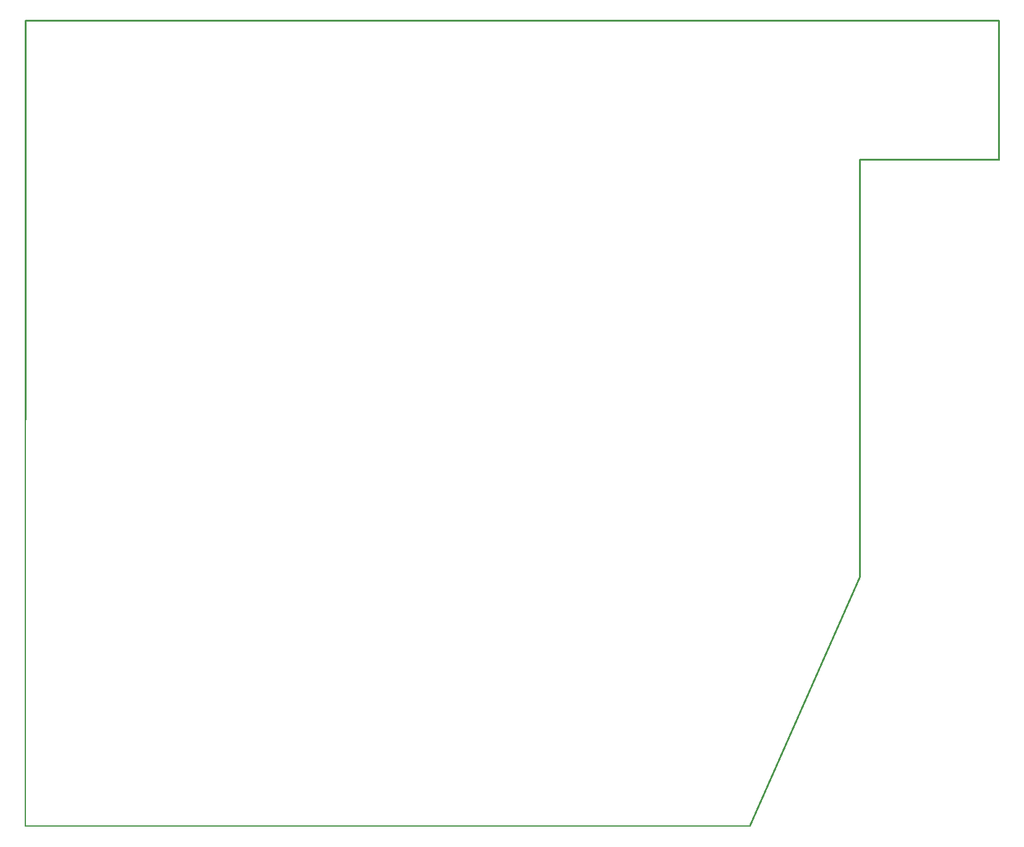
<source format=gbr>
G04 #@! TF.GenerationSoftware,KiCad,Pcbnew,(5.1.4)-1*
G04 #@! TF.CreationDate,2022-03-17T15:51:27-07:00*
G04 #@! TF.ProjectId,Bottom Plate,426f7474-6f6d-4205-906c-6174652e6b69,rev?*
G04 #@! TF.SameCoordinates,Original*
G04 #@! TF.FileFunction,Profile,NP*
%FSLAX46Y46*%
G04 Gerber Fmt 4.6, Leading zero omitted, Abs format (unit mm)*
G04 Created by KiCad (PCBNEW (5.1.4)-1) date 2022-03-17 15:51:27*
%MOMM*%
%LPD*%
G04 APERTURE LIST*
%ADD10C,0.200000*%
G04 APERTURE END LIST*
D10*
X213585750Y-50760650D02*
X213586750Y-50760750D01*
X232610750Y-31760750D02*
X99310450Y-31760750D01*
X232610750Y-50760750D02*
X232610750Y-31760750D01*
X213571750Y-50764850D02*
X213575750Y-50762550D01*
X213575750Y-50762550D02*
X213580750Y-50761150D01*
X213586750Y-50760750D02*
X232610750Y-50760750D01*
X213580750Y-50761150D02*
X213584750Y-50760750D01*
X213567750Y-50767950D02*
X213571750Y-50764850D01*
X213584750Y-50760750D02*
X213585750Y-50760650D01*
X99264650Y-142042250D02*
X194534750Y-142042250D01*
X198510750Y-142091250D02*
X198508750Y-142091250D01*
X213610750Y-107938250D02*
X213609750Y-107940250D01*
X198517750Y-142088250D02*
X198515750Y-142089250D01*
X198524750Y-142081250D02*
X198524750Y-142081250D01*
X198526750Y-142078250D02*
X198525750Y-142079250D01*
X232660750Y-50784550D02*
X232660750Y-50785750D01*
X198524750Y-142081250D02*
X198523750Y-142083250D01*
X194534750Y-142042250D02*
X194534750Y-142042250D01*
X198517750Y-142088250D02*
X198517750Y-142088250D01*
X213609750Y-107943250D02*
X213608750Y-107945250D01*
X213609750Y-107941250D02*
X213609750Y-107943250D01*
X198515750Y-142089250D02*
X198513750Y-142090250D01*
X232653750Y-50803550D02*
X232649750Y-50806650D01*
X198521750Y-142085250D02*
X198519750Y-142086250D01*
X198519750Y-142086250D02*
X198517750Y-142088250D01*
X198517750Y-142088250D02*
X198517750Y-142088250D01*
X198504750Y-142092250D02*
X198503750Y-142092250D01*
X198506750Y-142092250D02*
X198505750Y-142092250D01*
X198513750Y-142090250D02*
X198513750Y-142090250D01*
X232660750Y-50785750D02*
X232660750Y-50786950D01*
X213560750Y-107930250D02*
X213560750Y-50786950D01*
X198487750Y-142042250D02*
X213560750Y-107930250D01*
X198526750Y-142078250D02*
X198526750Y-142078250D01*
X232644750Y-50808950D02*
X232640750Y-50810350D01*
X194534750Y-142042250D02*
X198487750Y-142042250D01*
X232640750Y-50810350D02*
X232635750Y-50810850D01*
X198502750Y-142092250D02*
X194534750Y-142092250D01*
X213609750Y-107941250D02*
X213609750Y-107941250D01*
X198524750Y-142081250D02*
X198524750Y-142081250D01*
X99310450Y-31760750D02*
X99264650Y-142042250D01*
X198503750Y-142092250D02*
X198502750Y-142092250D01*
X198505750Y-142092250D02*
X198504750Y-142092250D01*
X232660750Y-50786950D02*
X232659750Y-50790650D01*
X198513750Y-142090250D02*
X198513750Y-142090250D01*
X198523750Y-142083250D02*
X198521750Y-142085250D01*
X213609750Y-107940250D02*
X213609750Y-107941250D01*
X232634750Y-50810750D02*
X213610750Y-50810750D01*
X213610750Y-50810750D02*
X213610750Y-107935250D01*
X232660750Y-31736950D02*
X232660750Y-50784550D01*
X213610750Y-107935250D02*
X213610750Y-107936250D01*
X232649750Y-50806650D02*
X232644750Y-50808950D01*
X198508750Y-142091250D02*
X198508750Y-142091250D01*
X213607750Y-107946250D02*
X198527750Y-142075250D01*
X232658750Y-50795350D02*
X232656750Y-50799750D01*
X194534750Y-142092250D02*
X99240850Y-142092250D01*
X198508750Y-142091250D02*
X198506750Y-142092250D01*
X198508750Y-142091250D02*
X198508750Y-142091250D01*
X198513750Y-142090250D02*
X198510750Y-142091250D01*
X198521750Y-142085250D02*
X198521750Y-142085250D01*
X232659750Y-50790650D02*
X232658750Y-50795350D01*
X232635750Y-50810850D02*
X232634750Y-50810750D01*
X213608750Y-107945250D02*
X213607750Y-107946250D01*
X232656750Y-50799750D02*
X232653750Y-50803550D01*
X198525750Y-142079250D02*
X198524750Y-142081250D01*
X198527750Y-142076250D02*
X198526750Y-142078250D01*
X198521750Y-142085250D02*
X198521750Y-142085250D01*
X213610750Y-107936250D02*
X213610750Y-107938250D01*
X213564750Y-50771750D02*
X213567750Y-50767950D01*
X213562750Y-50776150D02*
X213564750Y-50771750D01*
X213560750Y-50780850D02*
X213562750Y-50776150D01*
X198527750Y-142075250D02*
X198527750Y-142076250D01*
X213560750Y-50785750D02*
X213560750Y-50780850D01*
X213560750Y-50786950D02*
X213560750Y-50785750D01*
X99260450Y-31736950D02*
X99260350Y-31735750D01*
X99278450Y-31711750D02*
X99280550Y-31711150D01*
X99275850Y-31712550D02*
X99275850Y-31712550D01*
X232660750Y-31735750D02*
X232660750Y-31736950D01*
X99271550Y-31714850D02*
X99271550Y-31714850D01*
X232659750Y-31730850D02*
X232660750Y-31735750D01*
X232658750Y-31726150D02*
X232659750Y-31730850D01*
X99275850Y-31712550D02*
X99275850Y-31712550D01*
X99284250Y-31710750D02*
X99284250Y-31710750D01*
X232656750Y-31721750D02*
X232658750Y-31726150D01*
X232636750Y-31710750D02*
X232640750Y-31711150D01*
X232636750Y-31710750D02*
X232636750Y-31710750D01*
X99260550Y-31734550D02*
X99260650Y-31732650D01*
X99280650Y-31711150D02*
X99283050Y-31710850D01*
X99260850Y-31730850D02*
X99260850Y-31730850D01*
X99267750Y-31717950D02*
X99267750Y-31717950D01*
X99214650Y-142065250D02*
X99260450Y-31736950D01*
X232653750Y-31717950D02*
X232656750Y-31721750D01*
X232649750Y-31714850D02*
X232653750Y-31717950D01*
X232644750Y-31712550D02*
X232649750Y-31714850D01*
X232640750Y-31711150D02*
X232644750Y-31712550D01*
X232635750Y-31710650D02*
X232636750Y-31710750D01*
X99280550Y-31711150D02*
X99280650Y-31711150D01*
X99283050Y-31710850D02*
X99284250Y-31710750D01*
X99280650Y-31711150D02*
X99280650Y-31711150D01*
X99260550Y-31734550D02*
X99260550Y-31734550D01*
X99260650Y-31732650D02*
X99260850Y-31730850D01*
X99274550Y-31713250D02*
X99275850Y-31712550D01*
X99260850Y-31730850D02*
X99262250Y-31726150D01*
X99264650Y-31721750D02*
X99266650Y-31719250D01*
X232634750Y-31710750D02*
X232635750Y-31710650D01*
X99275850Y-31712550D02*
X99278450Y-31711750D01*
X99271550Y-31714850D02*
X99274550Y-31713250D01*
X99262250Y-31726150D02*
X99264650Y-31721850D01*
X99267750Y-31717950D02*
X99271550Y-31714850D01*
X99286750Y-31710750D02*
X232634750Y-31710750D01*
X99267750Y-31717950D02*
X99267750Y-31717950D01*
X99264650Y-31721750D02*
X99264650Y-31721750D01*
X99260350Y-31735750D02*
X99260550Y-31734550D01*
X99264650Y-31721750D02*
X99264650Y-31721750D01*
X99264650Y-31721850D02*
X99264650Y-31721750D01*
X99271550Y-31714850D02*
X99271550Y-31714850D01*
X99271550Y-31714850D02*
X99271550Y-31714850D01*
X99266650Y-31719250D02*
X99267750Y-31717950D01*
X99285550Y-31710650D02*
X99286750Y-31710750D01*
X99284250Y-31710750D02*
X99285550Y-31710650D01*
X99237250Y-142091250D02*
X99234750Y-142091250D01*
X99225650Y-142087250D02*
X99225650Y-142087250D01*
X99230050Y-142090250D02*
X99230050Y-142090250D01*
X99234750Y-142091250D02*
X99230950Y-142090250D01*
X99221850Y-142084250D02*
X99220450Y-142083250D01*
X99221850Y-142084250D02*
X99221850Y-142084250D01*
X99221850Y-142084250D02*
X99221850Y-142084250D01*
X99239650Y-142092250D02*
X99237250Y-142091250D01*
X99230050Y-142090250D02*
X99230050Y-142090250D01*
X99223550Y-142086250D02*
X99221850Y-142084250D01*
X99225650Y-142087250D02*
X99223550Y-142086250D01*
X99230050Y-142090250D02*
X99226950Y-142088250D01*
X99225650Y-142087250D02*
X99225650Y-142087250D01*
X99226950Y-142088250D02*
X99225650Y-142087250D01*
X99230950Y-142090250D02*
X99230050Y-142090250D01*
X99240850Y-142092250D02*
X99239650Y-142092250D01*
X99234750Y-142091250D02*
X99234750Y-142091250D01*
X99214550Y-142067250D02*
X99214650Y-142065250D01*
X99218750Y-142081250D02*
X99218750Y-142081250D01*
X99214950Y-142071250D02*
X99214950Y-142071250D01*
X99220450Y-142083250D02*
X99218750Y-142081250D01*
X99214650Y-142068250D02*
X99214550Y-142067250D01*
X99214950Y-142071250D02*
X99214650Y-142068250D01*
X99216450Y-142076250D02*
X99214950Y-142071250D01*
X99218050Y-142079250D02*
X99216450Y-142076250D01*
X99218750Y-142081250D02*
X99218750Y-142081250D01*
X99214950Y-142071250D02*
X99214950Y-142071250D01*
X99218750Y-142081250D02*
X99218050Y-142079250D01*
M02*

</source>
